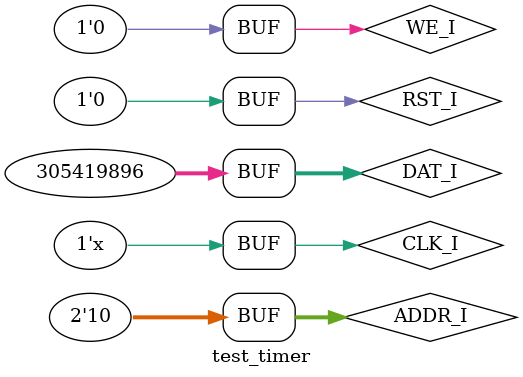
<source format=v>
module test_timer;
  
  reg CLK_I, RST_I;
  reg [3:2] ADDR_I;
  reg WE_I;
  reg [31:0] DAT_I;
  wire [31:0] DAT_O;
  wire IRQ;
  
  timer timer_wsz(CLK_I, RST_I, ADDR_I, WE_I, DAT_I, DAT_O, IRQ);
  
  initial
  begin
    #0
    CLK_I = 0;
    RST_I = 0;
    ADDR_I = 2'b10;
    WE_I = 0;
    DAT_I = 32'h1234_5678;
    #150
    ADDR_I = 2'b00;
    DAT_I = 32'b1011;
    WE_I = 1;
    #50
    WE_I = 0;
    #5050
    WE_I = 1;
    DAT_I = 32'b1001;
    ADDR_I = 2'b00;
    #150
    DAT_I = 32'h1234_5678;
    WE_I = 0;
    ADDR_I = 2'b10;
  end
  
  always
    #50 CLK_I = ~CLK_I;
    
  
endmodule

</source>
